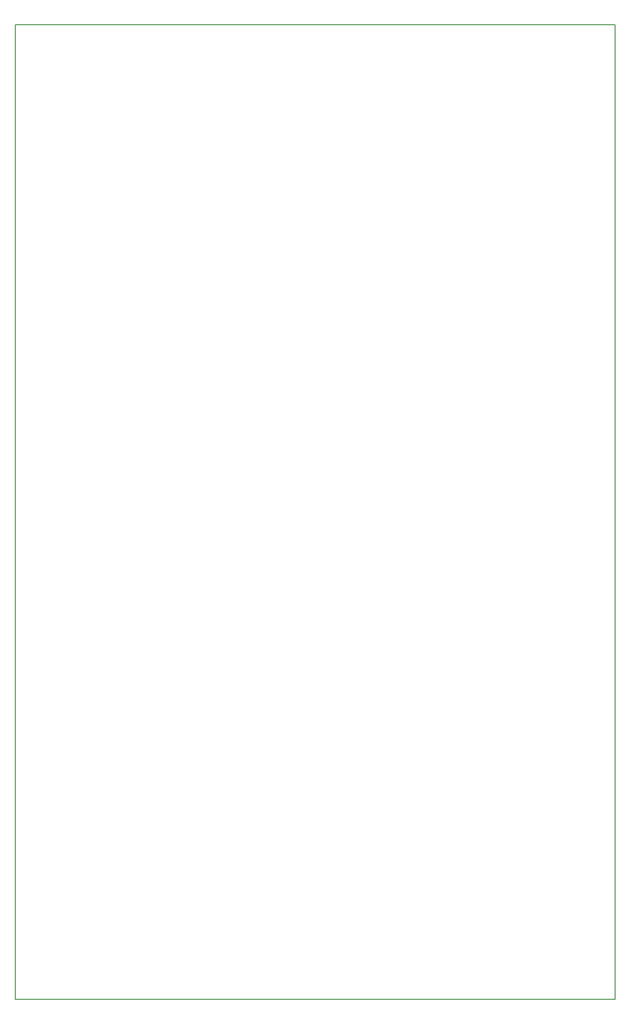
<source format=gbr>
G04 #@! TF.FileFunction,Profile,NP*
%FSLAX46Y46*%
G04 Gerber Fmt 4.6, Leading zero omitted, Abs format (unit mm)*
G04 Created by KiCad (PCBNEW 4.0.7) date 11/11/20 19:27:04*
%MOMM*%
%LPD*%
G01*
G04 APERTURE LIST*
%ADD10C,0.100000*%
%ADD11C,0.150000*%
G04 APERTURE END LIST*
D10*
D11*
X18000000Y-189000000D02*
X18000000Y-12000000D01*
X127000000Y-189000000D02*
X18000000Y-189000000D01*
X127000000Y-12000000D02*
X127000000Y-189000000D01*
X18000000Y-12000000D02*
X127000000Y-12000000D01*
M02*

</source>
